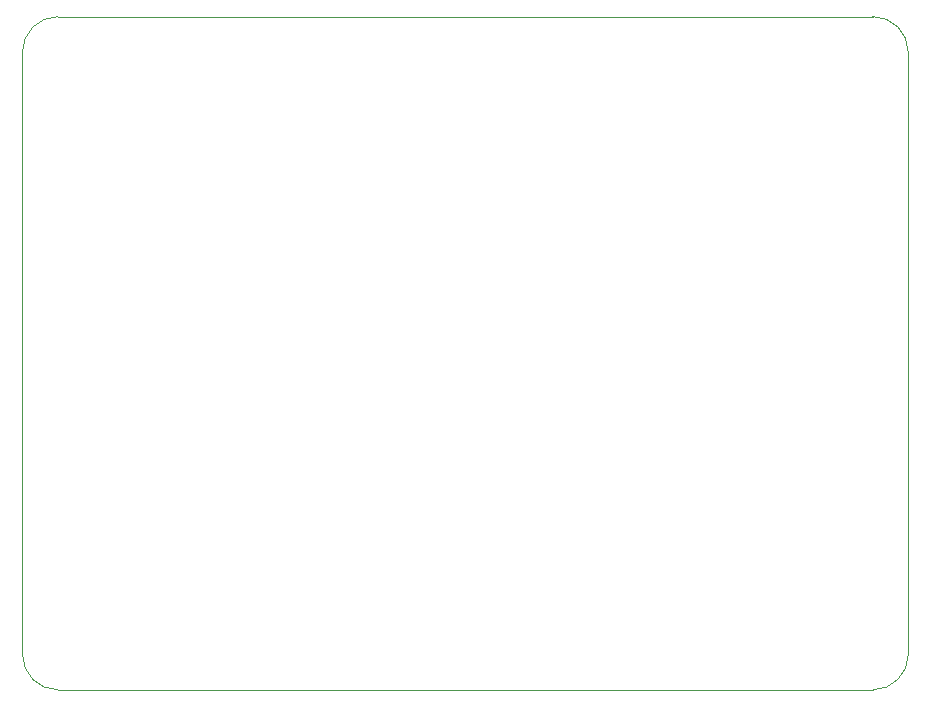
<source format=gbr>
G04 #@! TF.GenerationSoftware,KiCad,Pcbnew,(5.1.2)-2*
G04 #@! TF.CreationDate,2019-08-09T23:12:40-04:00*
G04 #@! TF.ProjectId,Controller,436f6e74-726f-46c6-9c65-722e6b696361,rev?*
G04 #@! TF.SameCoordinates,Original*
G04 #@! TF.FileFunction,Profile,NP*
%FSLAX46Y46*%
G04 Gerber Fmt 4.6, Leading zero omitted, Abs format (unit mm)*
G04 Created by KiCad (PCBNEW (5.1.2)-2) date 2019-08-09 23:12:40*
%MOMM*%
%LPD*%
G04 APERTURE LIST*
%ADD10C,0.050000*%
G04 APERTURE END LIST*
D10*
X145000000Y-31000000D02*
G75*
G02X148000000Y-28000000I3000000J0D01*
G01*
X217000000Y-28000000D02*
G75*
G02X220000000Y-31000000I0J-3000000D01*
G01*
X220000000Y-82000000D02*
G75*
G02X217000000Y-85000000I-3000000J0D01*
G01*
X148000000Y-85000000D02*
G75*
G02X145000000Y-82000000I0J3000000D01*
G01*
X148000000Y-28000000D02*
X217000000Y-28000000D01*
X145000000Y-31000000D02*
X145000000Y-82000000D01*
X217000000Y-85000000D02*
X148000000Y-85000000D01*
X220000000Y-31000000D02*
X220000000Y-82000000D01*
M02*

</source>
